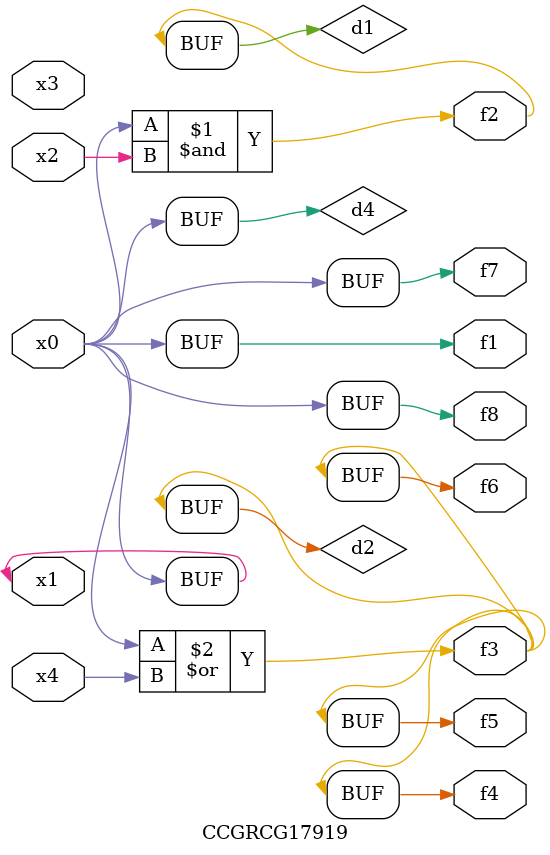
<source format=v>
module CCGRCG17919(
	input x0, x1, x2, x3, x4,
	output f1, f2, f3, f4, f5, f6, f7, f8
);

	wire d1, d2, d3, d4;

	and (d1, x0, x2);
	or (d2, x0, x4);
	nand (d3, x0, x2);
	buf (d4, x0, x1);
	assign f1 = d4;
	assign f2 = d1;
	assign f3 = d2;
	assign f4 = d2;
	assign f5 = d2;
	assign f6 = d2;
	assign f7 = d4;
	assign f8 = d4;
endmodule

</source>
